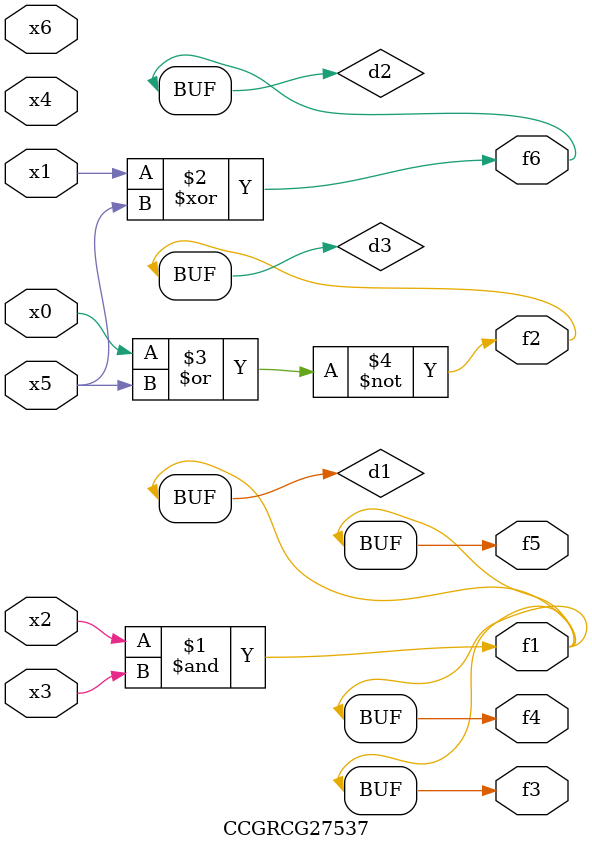
<source format=v>
module CCGRCG27537(
	input x0, x1, x2, x3, x4, x5, x6,
	output f1, f2, f3, f4, f5, f6
);

	wire d1, d2, d3;

	and (d1, x2, x3);
	xor (d2, x1, x5);
	nor (d3, x0, x5);
	assign f1 = d1;
	assign f2 = d3;
	assign f3 = d1;
	assign f4 = d1;
	assign f5 = d1;
	assign f6 = d2;
endmodule

</source>
